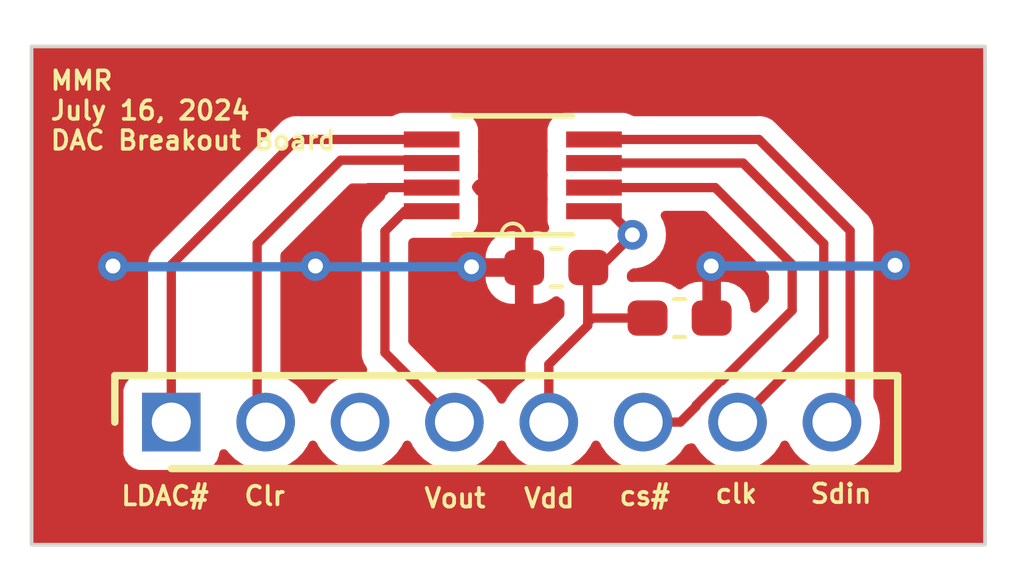
<source format=kicad_pcb>
(kicad_pcb (version 20221018) (generator pcbnew)
  (layers (0 "F.Cu" signal) (31 "B.Cu" signal) (34 "B.Paste" user) (35 "F.Paste" user) (36 "B.SilkS" user "B.Silkscreen") (37 "F.SilkS" user "F.Silkscreen") (38 "B.Mask" user) (39 "F.Mask" user) (44 "Edge.Cuts" user))
  (net 0 "")
  (net 1 "Net-(U1-VDD)")
  (net 2 "GND")
  (net 3 "Net-(U1-LDAC#)")
  (net 4 "Net-(U1-CLR#)")
  (net 6 "Net-(U1-VOUT)")
  (net 7 "Net-(U1-CS#)")
  (net 8 "Net-(U1-SCLK)")
  (net 9 "Net-(U1-SDIN)")
  (footprint "Symnfoot:RHDR8W60P0X254_1X8_2082X250X850P" (layer "F.Cu") (at 120.08 106.65)
    (fp_text reference "J1" hide)
    (fp_text value "61300811821" hide)
    (fp_line (start -1.52 -1.25) (end -1.52 0) (stroke (width 0.2)) (layer "F.SilkS"))
    (fp_line (start 0 1.25) (end 19.55 1.25) (stroke (width 0.2)) (layer "F.SilkS"))
    (fp_line (start 19.55 -1.25) (end -1.52 -1.25) (stroke (width 0.2)) (layer "F.SilkS"))
    (fp_line (start 19.55 1.25) (end 19.55 -1.25) (stroke (width 0.2)) (layer "F.SilkS"))
    (pad "1" thru_hole rect (at 0 0) (size 1.575 1.575) (drill 1.05) (layers "*.Cu" "*.Mask") (net 3 "Net-(U1-LDAC#)"))
    (pad "2" thru_hole circle (at 2.54 0) (size 1.575 1.575) (drill 1.05) (layers "*.Cu" "*.Mask") (net 4 "Net-(U1-CLR#)"))
    (pad "3" thru_hole circle (at 5.08 0) (size 1.575 1.575) (drill 1.05) (layers "*.Cu" "*.Mask"))
    (pad "4" thru_hole circle (at 7.62 0) (size 1.575 1.575) (drill 1.05) (layers "*.Cu" "*.Mask") (net 6 "Net-(U1-VOUT)"))
    (pad "5" thru_hole circle (at 10.16 0) (size 1.575 1.575) (drill 1.05) (layers "*.Cu" "*.Mask") (net 1 "Net-(U1-VDD)"))
    (pad "6" thru_hole circle (at 12.7 0) (size 1.575 1.575) (drill 1.05) (layers "*.Cu" "*.Mask") (net 7 "Net-(U1-CS#)"))
    (pad "7" thru_hole circle (at 15.24 0) (size 1.575 1.575) (drill 1.05) (layers "*.Cu" "*.Mask") (net 8 "Net-(U1-SCLK)"))
    (pad "8" thru_hole circle (at 17.78 0) (size 1.575 1.575) (drill 1.05) (layers "*.Cu" "*.Mask") (net 9 "Net-(U1-SDIN)"))
  )
  (footprint "Capacitor_SMD:C_0603_1608Metric_Pad1.08x0.95mm_HandSolder" (layer "F.Cu") (at 133.76 103.85)
    (fp_text reference "C2" hide)
    (fp_text value "0.1uF" hide)
    (fp_line (start -0.146267 -0.51) (end 0.146267 -0.51) (stroke (width 0.12)) (layer "F.SilkS"))
    (fp_line (start -0.146267 0.51) (end 0.146267 0.51) (stroke (width 0.12)) (layer "F.SilkS"))
    (pad "1" smd roundrect (at -0.8625 0) (size 1.075 0.95) (layers "F.Cu" "F.Paste" "F.Mask") (net 1 "Net-(U1-VDD)"))
    (pad "2" smd roundrect (at 0.8625 0) (size 1.075 0.95) (layers "F.Cu" "F.Paste" "F.Mask") (net 2 "GND"))
  )
  (footprint "Capacitor_SMD:C_0603_1608Metric_Pad1.08x0.95mm_HandSolder" (layer "F.Cu") (at 130.44 102.49 180)
    (fp_text reference "C1" hide)
    (fp_text value "10uF" hide)
    (fp_line (start -0.146267 -0.51) (end 0.146267 -0.51) (stroke (width 0.12)) (layer "F.SilkS"))
    (fp_line (start -0.146267 0.51) (end 0.146267 0.51) (stroke (width 0.12)) (layer "F.SilkS"))
    (pad "1" smd roundrect (at -0.8625 0 180) (size 1.075 0.95) (layers "F.Cu" "F.Paste" "F.Mask") (net 1 "Net-(U1-VDD)"))
    (pad "2" smd roundrect (at 0.8625 0 180) (size 1.075 0.95) (layers "F.Cu" "F.Paste" "F.Mask") (net 2 "GND"))
  )
  (footprint "21xt_footprints:AD5626" (layer "F.Cu") (at 129.2713 100.0086 180)
    (fp_text reference "U1" hide)
    (fp_text value "AD5626BRMZ" hide)
    (fp_line (start -1.6002 1.6002) (end 1.6002 1.6002) (stroke (width 0.1524)) (layer "F.SilkS"))
    (fp_line (start -0.3048 -1.6002) (end -1.6002 -1.6002) (stroke (width 0.1524)) (layer "F.SilkS"))
    (fp_line (start 0.3048 -1.6002) (end -0.3048 -1.6002) (stroke (width 0.1524)) (layer "F.SilkS"))
    (fp_line (start 1.6002 -1.6002) (end 0.3048 -1.6002) (stroke (width 0.1524)) (layer "F.SilkS"))
    (fp_arc (start 0.3048 -1.6002) (mid 0 -1.2954) (end -0.3048 -1.6002) (stroke (width 0.1)) (layer "F.SilkS"))
    (pad "1" smd rect (at -2.1844 -0.9652 180) (size 1.4986 0.4318) (layers "F.Cu" "F.Paste" "F.Mask") (net 1 "Net-(U1-VDD)"))
    (pad "2" smd rect (at -2.1844 -0.3302 180) (size 1.4986 0.4318) (layers "F.Cu" "F.Paste" "F.Mask") (net 7 "Net-(U1-CS#)"))
    (pad "3" smd rect (at -2.1844 0.3302 180) (size 1.4986 0.4318) (layers "F.Cu" "F.Paste" "F.Mask") (net 8 "Net-(U1-SCLK)"))
    (pad "4" smd rect (at -2.1844 0.9652 180) (size 1.4986 0.4318) (layers "F.Cu" "F.Paste" "F.Mask") (net 9 "Net-(U1-SDIN)"))
    (pad "5" smd rect (at 2.1844 0.9652 180) (size 1.4986 0.4318) (layers "F.Cu" "F.Paste" "F.Mask") (net 3 "Net-(U1-LDAC#)"))
    (pad "6" smd rect (at 2.1844 0.3302 180) (size 1.4986 0.4318) (layers "F.Cu" "F.Paste" "F.Mask") (net 4 "Net-(U1-CLR#)"))
    (pad "7" smd rect (at 2.1844 -0.3302 180) (size 1.4986 0.4318) (layers "F.Cu" "F.Paste" "F.Mask") (net 2 "GND"))
    (pad "8" smd rect (at 2.1844 -0.9652 180) (size 1.4986 0.4318) (layers "F.Cu" "F.Paste" "F.Mask") (net 6 "Net-(U1-VOUT)"))
  )
  (gr_rect (start 116.32 96.54) (end 141.98 109.95) (stroke (width 0.1)) (fill none) (layer "Edge.Cuts"))
  (gr_text "clk" (at 134.67 108.87) (layer "F.SilkS") (effects (font (size 0.5 0.5) (thickness 0.1) bold) (justify left bottom)))
  (gr_text "Vout" (at 126.84 108.99) (layer "F.SilkS") (effects (font (size 0.5 0.5) (thickness 0.1) bold) (justify left bottom)))
  (gr_text "cs#" (at 132.09 108.93) (layer "F.SilkS") (effects (font (size 0.5 0.5) (thickness 0.1) bold) (justify left bottom)))
  (gr_text "Vdd" (at 129.52 108.99) (layer "F.SilkS") (effects (font (size 0.5 0.5) (thickness 0.1) bold) (justify left bottom)))
  (gr_text "Sdin" (at 137.23 108.87) (layer "F.SilkS") (effects (font (size 0.5 0.5) (thickness 0.1) bold) (justify left bottom)))
  (gr_text "MMR\nJuly 16, 2024\nDAC Breakout Board" (at 116.78 99.36) (layer "F.SilkS") (effects (font (size 0.5 0.5) (thickness 0.1) bold) (justify left bottom)))
  (gr_text "Clr" (at 121.99 108.93) (layer "F.SilkS") (effects (font (size 0.5 0.5) (thickness 0.1) bold) (justify left bottom)))
  (gr_text "LDAC#" (at 118.68 108.93) (layer "F.SilkS") (effects (font (size 0.5 0.5) (thickness 0.1) bold) (justify left bottom)))
  (segment (start 130.24 105.0975) (end 131.2875 104.05) (width 0.25) (layer "F.Cu") (net 1))
  (segment (start 131.61 102.49) (end 132.49 101.61) (width 0.25) (layer "F.Cu") (net 1))
  (segment (start 131.4075 103.85) (end 131.2875 103.97) (width 0.25) (layer "F.Cu") (net 1))
  (segment (start 131.2875 104.05) (end 131.2875 103.97) (width 0.25) (layer "F.Cu") (net 1))
  (segment (start 131.3025 102.49) (end 131.61 102.49) (width 0.25) (layer "F.Cu") (net 1))
  (segment (start 131.2875 103.97) (end 131.2875 102.505) (width 0.25) (layer "F.Cu") (net 1))
  (segment (start 130.24 106.65) (end 130.24 105.0975) (width 0.25) (layer "F.Cu") (net 1))
  (segment (start 131.2875 102.505) (end 131.3025 102.49) (width 0.25) (layer "F.Cu") (net 1))
  (segment (start 131.8538 100.9738) (end 132.49 101.61) (width 0.25) (layer "F.Cu") (net 1))
  (segment (start 132.8975 103.85) (end 131.4075 103.85) (width 0.25) (layer "F.Cu") (net 1))
  (segment (start 131.4557 102.3368) (end 131.3025 102.49) (width 0.25) (layer "F.Cu") (net 1))
  (segment (start 131.4557 100.9738) (end 131.8538 100.9738) (width 0.25) (layer "F.Cu") (net 1))
  (via (at 132.49 101.61) (size 0.8) (drill 0.4) (layers "F.Cu" "B.Cu") (net 1))
  (segment (start 125.3912 100.3388) (end 125.02 100.71) (width 0.25) (layer "F.Cu") (net 2))
  (segment (start 128.18 102.49) (end 128.16 102.47) (width 0.25) (layer "F.Cu") (net 2))
  (segment (start 134.6225 103.85) (end 134.6225 102.4625) (width 0.25) (layer "F.Cu") (net 2))
  (segment (start 134.6225 102.4625) (end 134.61 102.45) (width 0.25) (layer "F.Cu") (net 2))
  (segment (start 129.5775 102.49) (end 128.18 102.49) (width 0.25) (layer "F.Cu") (net 2))
  (segment (start 127.0869 100.3388) (end 125.3912 100.3388) (width 0.25) (layer "F.Cu") (net 2))
  (via (at 139.56 102.43) (size 0.8) (drill 0.4) (layers "F.Cu" "B.Cu") (net 2))
  (via (at 118.51 102.45) (size 0.8) (drill 0.4) (layers "F.Cu" "B.Cu") (net 2))
  (via (at 134.61 102.45) (size 0.8) (drill 0.4) (layers "F.Cu" "B.Cu") (net 2))
  (via (at 128.16 102.47) (size 0.8) (drill 0.4) (layers "F.Cu" "B.Cu") (net 2))
  (via (at 123.96 102.45) (size 0.8) (drill 0.4) (layers "F.Cu" "B.Cu") (net 2))
  (segment (start 123.98 102.47) (end 123.96 102.45) (width 0.25) (layer "B.Cu") (net 2))
  (segment (start 118.53 102.47) (end 118.51 102.45) (width 0.25) (layer "B.Cu") (net 2))
  (segment (start 123.94 102.47) (end 118.53 102.47) (width 0.25) (layer "B.Cu") (net 2))
  (segment (start 128.16 102.47) (end 123.98 102.47) (width 0.25) (layer "B.Cu") (net 2))
  (segment (start 134.61 102.45) (end 139.54 102.45) (width 0.25) (layer "B.Cu") (net 2))
  (segment (start 123.96 102.45) (end 123.94 102.47) (width 0.25) (layer "B.Cu") (net 2))
  (segment (start 139.54 102.45) (end 139.56 102.43) (width 0.25) (layer "B.Cu") (net 2))
  (segment (start 123.4566 99.0434) (end 127.0869 99.0434) (width 0.25) (layer "F.Cu") (net 3))
  (segment (start 120.08 106.65) (end 120.08 102.42) (width 0.25) (layer "F.Cu") (net 3))
  (segment (start 120.08 102.42) (end 123.4566 99.0434) (width 0.25) (layer "F.Cu") (net 3))
  (segment (start 124.638821 99.601179) (end 127.009679 99.601179) (width 0.25) (layer "F.Cu") (net 4))
  (segment (start 122.39 101.85) (end 124.638821 99.601179) (width 0.25) (layer "F.Cu") (net 4))
  (segment (start 122.39 106.42) (end 122.39 101.85) (width 0.25) (layer "F.Cu") (net 4))
  (segment (start 127.009679 99.601179) (end 127.0869 99.6784) (width 0.25) (layer "F.Cu") (net 4))
  (segment (start 122.62 106.65) (end 122.39 106.42) (width 0.25) (layer "F.Cu") (net 4))
  (segment (start 125.83 101.51) (end 126.3662 100.9738) (width 0.25) (layer "F.Cu") (net 6))
  (segment (start 127.7 106.65) (end 125.83 104.78) (width 0.25) (layer "F.Cu") (net 6))
  (segment (start 125.83 104.78) (end 125.83 101.51) (width 0.25) (layer "F.Cu") (net 6))
  (segment (start 126.3662 100.9738) (end 127.0869 100.9738) (width 0.25) (layer "F.Cu") (net 6))
  (segment (start 134.8925 105.5375) (end 136.79 103.64) (width 0.25) (layer "F.Cu") (net 7))
  (segment (start 133.78 106.65) (end 134.2075 106.2225) (width 0.25) (layer "F.Cu") (net 7))
  (segment (start 136.79 103.64) (end 136.79 102.41) (width 0.25) (layer "F.Cu") (net 7))
  (segment (start 132.78 106.65) (end 133.78 106.65) (width 0.25) (layer "F.Cu") (net 7))
  (segment (start 134.2075 106.2225) (end 134.2075 106.19619) (width 0.25) (layer "F.Cu") (net 7))
  (segment (start 134.7188 100.3388) (end 131.4557 100.3388) (width 0.25) (layer "F.Cu") (net 7))
  (segment (start 136.79 102.41) (end 134.7188 100.3388) (width 0.25) (layer "F.Cu") (net 7))
  (segment (start 134.2075 106.19619) (end 134.86619 105.5375) (width 0.25) (layer "F.Cu") (net 7))
  (segment (start 134.86619 105.5375) (end 134.8925 105.5375) (width 0.25) (layer "F.Cu") (net 7))
  (segment (start 135.32 106.65) (end 137.64 104.33) (width 0.25) (layer "F.Cu") (net 8))
  (segment (start 137.64 101.85) (end 135.4684 99.6784) (width 0.25) (layer "F.Cu") (net 8))
  (segment (start 135.4684 99.6784) (end 131.4557 99.6784) (width 0.25) (layer "F.Cu") (net 8))
  (segment (start 137.64 104.33) (end 137.64 101.85) (width 0.25) (layer "F.Cu") (net 8))
  (segment (start 138.35 106.16) (end 138.35 101.5) (width 0.25) (layer "F.Cu") (net 9))
  (segment (start 138.35 101.5) (end 135.8934 99.0434) (width 0.25) (layer "F.Cu") (net 9))
  (segment (start 135.8934 99.0434) (end 131.4557 99.0434) (width 0.25) (layer "F.Cu") (net 9))
  (segment (start 137.86 106.65) (end 138.35 106.16) (width 0.25) (layer "F.Cu") (net 9))
  (zone (net 2) (net_name "GND") (layer "F.Cu") (connect_pads (clearance 0.5)) (min_thickness 0.25) (fill yes (thermal_gap 0.5) (thermal_bridge_width 0.5))
    (polygon (pts (xy 115.56 95.29) (xy 115.47 111.08) (xy 143.05 111.12) (xy 143.05 95.38) (xy 115.52 95.33)))
  )
)
</source>
